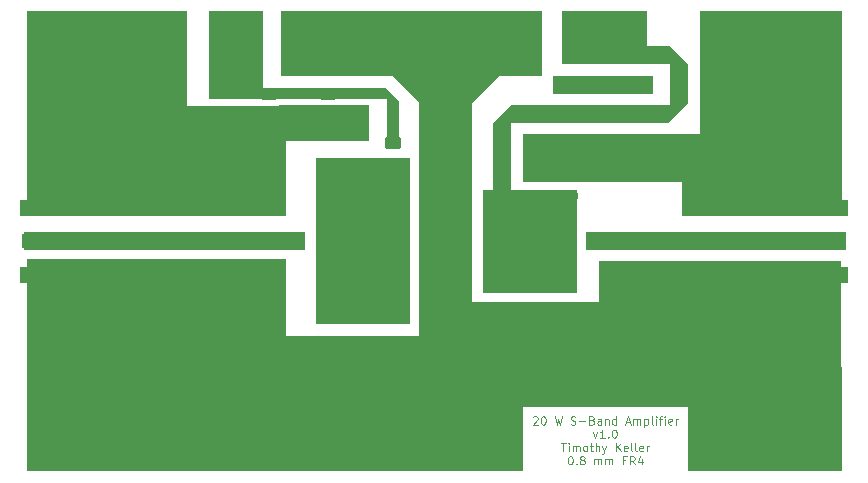
<source format=gbr>
%TF.GenerationSoftware,KiCad,Pcbnew,8.0.1*%
%TF.CreationDate,2024-04-27T21:04:21-04:00*%
%TF.ProjectId,S-Band Amplifier,532d4261-6e64-4204-916d-706c69666965,v1.0*%
%TF.SameCoordinates,Original*%
%TF.FileFunction,Copper,L1,Top*%
%TF.FilePolarity,Positive*%
%FSLAX46Y46*%
G04 Gerber Fmt 4.6, Leading zero omitted, Abs format (unit mm)*
G04 Created by KiCad (PCBNEW 8.0.1) date 2024-04-27 21:04:21*
%MOMM*%
%LPD*%
G01*
G04 APERTURE LIST*
G04 Aperture macros list*
%AMRoundRect*
0 Rectangle with rounded corners*
0 $1 Rounding radius*
0 $2 $3 $4 $5 $6 $7 $8 $9 X,Y pos of 4 corners*
0 Add a 4 corners polygon primitive as box body*
4,1,4,$2,$3,$4,$5,$6,$7,$8,$9,$2,$3,0*
0 Add four circle primitives for the rounded corners*
1,1,$1+$1,$2,$3*
1,1,$1+$1,$4,$5*
1,1,$1+$1,$6,$7*
1,1,$1+$1,$8,$9*
0 Add four rect primitives between the rounded corners*
20,1,$1+$1,$2,$3,$4,$5,0*
20,1,$1+$1,$4,$5,$6,$7,0*
20,1,$1+$1,$6,$7,$8,$9,0*
20,1,$1+$1,$8,$9,$2,$3,0*%
G04 Aperture macros list end*
%TA.AperFunction,Conductor*%
%ADD10C,0.000000*%
%TD*%
%ADD11C,0.120000*%
%TA.AperFunction,NonConductor*%
%ADD12C,0.120000*%
%TD*%
%TA.AperFunction,SMDPad,CuDef*%
%ADD13RoundRect,0.250000X-0.250000X-0.475000X0.250000X-0.475000X0.250000X0.475000X-0.250000X0.475000X0*%
%TD*%
%TA.AperFunction,ComponentPad*%
%ADD14C,5.562600*%
%TD*%
%TA.AperFunction,SMDPad,CuDef*%
%ADD15RoundRect,0.250000X-0.475000X0.250000X-0.475000X-0.250000X0.475000X-0.250000X0.475000X0.250000X0*%
%TD*%
%TA.AperFunction,SMDPad,CuDef*%
%ADD16R,3.600000X1.270000*%
%TD*%
%TA.AperFunction,SMDPad,CuDef*%
%ADD17R,4.200000X1.350000*%
%TD*%
%TA.AperFunction,SMDPad,CuDef*%
%ADD18RoundRect,0.250000X0.475000X-0.250000X0.475000X0.250000X-0.475000X0.250000X-0.475000X-0.250000X0*%
%TD*%
%TA.AperFunction,SMDPad,CuDef*%
%ADD19RoundRect,0.250000X0.325000X1.100000X-0.325000X1.100000X-0.325000X-1.100000X0.325000X-1.100000X0*%
%TD*%
%TA.AperFunction,SMDPad,CuDef*%
%ADD20RoundRect,0.250000X-0.450000X0.262500X-0.450000X-0.262500X0.450000X-0.262500X0.450000X0.262500X0*%
%TD*%
%TA.AperFunction,SMDPad,CuDef*%
%ADD21RoundRect,0.250000X1.100000X-0.325000X1.100000X0.325000X-1.100000X0.325000X-1.100000X-0.325000X0*%
%TD*%
%TA.AperFunction,ViaPad*%
%ADD22C,0.600000*%
%TD*%
G04 APERTURE END LIST*
D10*
%TA.AperFunction,Conductor*%
%TO.N,GND*%
G36*
X58065000Y-70525000D02*
G01*
X58065000Y-78525000D01*
X73465000Y-78500000D01*
X73465000Y-81500000D01*
X66465000Y-81500000D01*
X66465000Y-87850000D01*
X44465000Y-87850000D01*
X44465000Y-70500000D01*
X58065000Y-70525000D01*
G37*
%TD.AperFunction*%
%TA.AperFunction,Conductor*%
%TO.N,Net-(J1-In)*%
G36*
X91815000Y-89250000D02*
G01*
X113815000Y-89250000D01*
X113815000Y-90750000D01*
X91815000Y-90750000D01*
X91815000Y-89250000D01*
G37*
%TD.AperFunction*%
%TA.AperFunction,Conductor*%
%TO.N,GND*%
G36*
X78465000Y-79000000D02*
G01*
X75465000Y-76000000D01*
X65965000Y-76000000D01*
X65965000Y-70500000D01*
X78500000Y-70500000D01*
X78465000Y-79000000D01*
G37*
%TD.AperFunction*%
%TA.AperFunction,Conductor*%
G36*
X113465000Y-87900000D02*
G01*
X99965000Y-87900000D01*
X99965000Y-85000000D01*
X86465000Y-85000000D01*
X86465000Y-80900000D01*
X101465000Y-80900000D01*
X101465000Y-70500000D01*
X113465000Y-70500000D01*
X113465000Y-87900000D01*
G37*
%TD.AperFunction*%
%TA.AperFunction,Conductor*%
G36*
X89000000Y-76000000D02*
G01*
X97500000Y-76000000D01*
X97500000Y-77500000D01*
X89000000Y-77500000D01*
X89000000Y-76000000D01*
G37*
%TD.AperFunction*%
%TA.AperFunction,Conductor*%
G36*
X88100000Y-76000000D02*
G01*
X84500000Y-76000000D01*
X81500000Y-79000000D01*
X81465000Y-70500000D01*
X88100000Y-70500000D01*
X88100000Y-76000000D01*
G37*
%TD.AperFunction*%
%TA.AperFunction,Conductor*%
%TO.N,Vd*%
G36*
X83065000Y-85645000D02*
G01*
X91065000Y-85645000D01*
X91065000Y-94355000D01*
X83065000Y-94355000D01*
X83065000Y-85645000D01*
G37*
%TD.AperFunction*%
%TA.AperFunction,Conductor*%
%TO.N,GND*%
G36*
X66465000Y-98000000D02*
G01*
X77965000Y-98000000D01*
X77965000Y-95175000D01*
X92965000Y-95175000D01*
X92915000Y-91650000D01*
X113415000Y-91650000D01*
X113465000Y-109500000D01*
X100500000Y-109500000D01*
X100465000Y-104000000D01*
X86500000Y-104000000D01*
X86500000Y-109500000D01*
X44465000Y-109500000D01*
X44465000Y-91500000D01*
X66465000Y-91500000D01*
X66465000Y-98000000D01*
G37*
%TD.AperFunction*%
%TA.AperFunction,Conductor*%
%TO.N,Net-(Q1-G)*%
G36*
X68965000Y-83000000D02*
G01*
X76965000Y-83000000D01*
X76965000Y-97000000D01*
X68965000Y-97000000D01*
X68965000Y-83000000D01*
G37*
%TD.AperFunction*%
%TA.AperFunction,Conductor*%
%TO.N,Vg*%
G36*
X64465000Y-77000000D02*
G01*
X74900000Y-77000000D01*
X75965000Y-78100000D01*
X75965000Y-82000000D01*
X74965000Y-82000000D01*
X74965000Y-78000000D01*
X59865000Y-78000000D01*
X59865000Y-70500000D01*
X64465000Y-70500000D01*
X64465000Y-77000000D01*
G37*
%TD.AperFunction*%
%TA.AperFunction,Conductor*%
%TO.N,Vd*%
G36*
X96965000Y-73500000D02*
G01*
X98900000Y-73500000D01*
X100465000Y-75100000D01*
X100465000Y-78300000D01*
X98800000Y-80000000D01*
X85465000Y-80000000D01*
X85465000Y-86000000D01*
X83965000Y-86000000D01*
X83965000Y-80000000D01*
X85465000Y-78500000D01*
X98965000Y-78500000D01*
X98965000Y-75000000D01*
X89765000Y-75000000D01*
X89765000Y-70500000D01*
X96965000Y-70500000D01*
X96965000Y-73500000D01*
G37*
%TD.AperFunction*%
%TA.AperFunction,Conductor*%
%TO.N,GND*%
G36*
X77715000Y-70500000D02*
G01*
X82215000Y-70500000D01*
X82215000Y-98500000D01*
X77715000Y-98500000D01*
X77715000Y-70500000D01*
G37*
%TD.AperFunction*%
%TA.AperFunction,Conductor*%
%TO.N,Net-(J2-In)*%
G36*
X44215000Y-89250000D02*
G01*
X68065000Y-89250000D01*
X68065000Y-90750000D01*
X44215000Y-90750000D01*
X44215000Y-89250000D01*
G37*
%TD.AperFunction*%
D11*
D12*
X87333334Y-104893877D02*
X87366667Y-104860543D01*
X87366667Y-104860543D02*
X87433334Y-104827210D01*
X87433334Y-104827210D02*
X87600001Y-104827210D01*
X87600001Y-104827210D02*
X87666667Y-104860543D01*
X87666667Y-104860543D02*
X87700001Y-104893877D01*
X87700001Y-104893877D02*
X87733334Y-104960543D01*
X87733334Y-104960543D02*
X87733334Y-105027210D01*
X87733334Y-105027210D02*
X87700001Y-105127210D01*
X87700001Y-105127210D02*
X87300001Y-105527210D01*
X87300001Y-105527210D02*
X87733334Y-105527210D01*
X88166668Y-104827210D02*
X88233334Y-104827210D01*
X88233334Y-104827210D02*
X88300001Y-104860543D01*
X88300001Y-104860543D02*
X88333334Y-104893877D01*
X88333334Y-104893877D02*
X88366668Y-104960543D01*
X88366668Y-104960543D02*
X88400001Y-105093877D01*
X88400001Y-105093877D02*
X88400001Y-105260543D01*
X88400001Y-105260543D02*
X88366668Y-105393877D01*
X88366668Y-105393877D02*
X88333334Y-105460543D01*
X88333334Y-105460543D02*
X88300001Y-105493877D01*
X88300001Y-105493877D02*
X88233334Y-105527210D01*
X88233334Y-105527210D02*
X88166668Y-105527210D01*
X88166668Y-105527210D02*
X88100001Y-105493877D01*
X88100001Y-105493877D02*
X88066668Y-105460543D01*
X88066668Y-105460543D02*
X88033334Y-105393877D01*
X88033334Y-105393877D02*
X88000001Y-105260543D01*
X88000001Y-105260543D02*
X88000001Y-105093877D01*
X88000001Y-105093877D02*
X88033334Y-104960543D01*
X88033334Y-104960543D02*
X88066668Y-104893877D01*
X88066668Y-104893877D02*
X88100001Y-104860543D01*
X88100001Y-104860543D02*
X88166668Y-104827210D01*
X89166668Y-104827210D02*
X89333334Y-105527210D01*
X89333334Y-105527210D02*
X89466668Y-105027210D01*
X89466668Y-105027210D02*
X89600001Y-105527210D01*
X89600001Y-105527210D02*
X89766668Y-104827210D01*
X90533334Y-105493877D02*
X90633334Y-105527210D01*
X90633334Y-105527210D02*
X90800001Y-105527210D01*
X90800001Y-105527210D02*
X90866667Y-105493877D01*
X90866667Y-105493877D02*
X90900001Y-105460543D01*
X90900001Y-105460543D02*
X90933334Y-105393877D01*
X90933334Y-105393877D02*
X90933334Y-105327210D01*
X90933334Y-105327210D02*
X90900001Y-105260543D01*
X90900001Y-105260543D02*
X90866667Y-105227210D01*
X90866667Y-105227210D02*
X90800001Y-105193877D01*
X90800001Y-105193877D02*
X90666667Y-105160543D01*
X90666667Y-105160543D02*
X90600001Y-105127210D01*
X90600001Y-105127210D02*
X90566667Y-105093877D01*
X90566667Y-105093877D02*
X90533334Y-105027210D01*
X90533334Y-105027210D02*
X90533334Y-104960543D01*
X90533334Y-104960543D02*
X90566667Y-104893877D01*
X90566667Y-104893877D02*
X90600001Y-104860543D01*
X90600001Y-104860543D02*
X90666667Y-104827210D01*
X90666667Y-104827210D02*
X90833334Y-104827210D01*
X90833334Y-104827210D02*
X90933334Y-104860543D01*
X91233334Y-105260543D02*
X91766668Y-105260543D01*
X92333335Y-105160543D02*
X92433335Y-105193877D01*
X92433335Y-105193877D02*
X92466668Y-105227210D01*
X92466668Y-105227210D02*
X92500001Y-105293877D01*
X92500001Y-105293877D02*
X92500001Y-105393877D01*
X92500001Y-105393877D02*
X92466668Y-105460543D01*
X92466668Y-105460543D02*
X92433335Y-105493877D01*
X92433335Y-105493877D02*
X92366668Y-105527210D01*
X92366668Y-105527210D02*
X92100001Y-105527210D01*
X92100001Y-105527210D02*
X92100001Y-104827210D01*
X92100001Y-104827210D02*
X92333335Y-104827210D01*
X92333335Y-104827210D02*
X92400001Y-104860543D01*
X92400001Y-104860543D02*
X92433335Y-104893877D01*
X92433335Y-104893877D02*
X92466668Y-104960543D01*
X92466668Y-104960543D02*
X92466668Y-105027210D01*
X92466668Y-105027210D02*
X92433335Y-105093877D01*
X92433335Y-105093877D02*
X92400001Y-105127210D01*
X92400001Y-105127210D02*
X92333335Y-105160543D01*
X92333335Y-105160543D02*
X92100001Y-105160543D01*
X93100001Y-105527210D02*
X93100001Y-105160543D01*
X93100001Y-105160543D02*
X93066668Y-105093877D01*
X93066668Y-105093877D02*
X93000001Y-105060543D01*
X93000001Y-105060543D02*
X92866668Y-105060543D01*
X92866668Y-105060543D02*
X92800001Y-105093877D01*
X93100001Y-105493877D02*
X93033335Y-105527210D01*
X93033335Y-105527210D02*
X92866668Y-105527210D01*
X92866668Y-105527210D02*
X92800001Y-105493877D01*
X92800001Y-105493877D02*
X92766668Y-105427210D01*
X92766668Y-105427210D02*
X92766668Y-105360543D01*
X92766668Y-105360543D02*
X92800001Y-105293877D01*
X92800001Y-105293877D02*
X92866668Y-105260543D01*
X92866668Y-105260543D02*
X93033335Y-105260543D01*
X93033335Y-105260543D02*
X93100001Y-105227210D01*
X93433334Y-105060543D02*
X93433334Y-105527210D01*
X93433334Y-105127210D02*
X93466668Y-105093877D01*
X93466668Y-105093877D02*
X93533334Y-105060543D01*
X93533334Y-105060543D02*
X93633334Y-105060543D01*
X93633334Y-105060543D02*
X93700001Y-105093877D01*
X93700001Y-105093877D02*
X93733334Y-105160543D01*
X93733334Y-105160543D02*
X93733334Y-105527210D01*
X94366667Y-105527210D02*
X94366667Y-104827210D01*
X94366667Y-105493877D02*
X94300001Y-105527210D01*
X94300001Y-105527210D02*
X94166667Y-105527210D01*
X94166667Y-105527210D02*
X94100001Y-105493877D01*
X94100001Y-105493877D02*
X94066667Y-105460543D01*
X94066667Y-105460543D02*
X94033334Y-105393877D01*
X94033334Y-105393877D02*
X94033334Y-105193877D01*
X94033334Y-105193877D02*
X94066667Y-105127210D01*
X94066667Y-105127210D02*
X94100001Y-105093877D01*
X94100001Y-105093877D02*
X94166667Y-105060543D01*
X94166667Y-105060543D02*
X94300001Y-105060543D01*
X94300001Y-105060543D02*
X94366667Y-105093877D01*
X95200000Y-105327210D02*
X95533333Y-105327210D01*
X95133333Y-105527210D02*
X95366667Y-104827210D01*
X95366667Y-104827210D02*
X95600000Y-105527210D01*
X95833333Y-105527210D02*
X95833333Y-105060543D01*
X95833333Y-105127210D02*
X95866667Y-105093877D01*
X95866667Y-105093877D02*
X95933333Y-105060543D01*
X95933333Y-105060543D02*
X96033333Y-105060543D01*
X96033333Y-105060543D02*
X96100000Y-105093877D01*
X96100000Y-105093877D02*
X96133333Y-105160543D01*
X96133333Y-105160543D02*
X96133333Y-105527210D01*
X96133333Y-105160543D02*
X96166667Y-105093877D01*
X96166667Y-105093877D02*
X96233333Y-105060543D01*
X96233333Y-105060543D02*
X96333333Y-105060543D01*
X96333333Y-105060543D02*
X96400000Y-105093877D01*
X96400000Y-105093877D02*
X96433333Y-105160543D01*
X96433333Y-105160543D02*
X96433333Y-105527210D01*
X96766666Y-105060543D02*
X96766666Y-105760543D01*
X96766666Y-105093877D02*
X96833333Y-105060543D01*
X96833333Y-105060543D02*
X96966666Y-105060543D01*
X96966666Y-105060543D02*
X97033333Y-105093877D01*
X97033333Y-105093877D02*
X97066666Y-105127210D01*
X97066666Y-105127210D02*
X97100000Y-105193877D01*
X97100000Y-105193877D02*
X97100000Y-105393877D01*
X97100000Y-105393877D02*
X97066666Y-105460543D01*
X97066666Y-105460543D02*
X97033333Y-105493877D01*
X97033333Y-105493877D02*
X96966666Y-105527210D01*
X96966666Y-105527210D02*
X96833333Y-105527210D01*
X96833333Y-105527210D02*
X96766666Y-105493877D01*
X97499999Y-105527210D02*
X97433333Y-105493877D01*
X97433333Y-105493877D02*
X97399999Y-105427210D01*
X97399999Y-105427210D02*
X97399999Y-104827210D01*
X97766666Y-105527210D02*
X97766666Y-105060543D01*
X97766666Y-104827210D02*
X97733333Y-104860543D01*
X97733333Y-104860543D02*
X97766666Y-104893877D01*
X97766666Y-104893877D02*
X97800000Y-104860543D01*
X97800000Y-104860543D02*
X97766666Y-104827210D01*
X97766666Y-104827210D02*
X97766666Y-104893877D01*
X97999999Y-105060543D02*
X98266666Y-105060543D01*
X98099999Y-105527210D02*
X98099999Y-104927210D01*
X98099999Y-104927210D02*
X98133333Y-104860543D01*
X98133333Y-104860543D02*
X98199999Y-104827210D01*
X98199999Y-104827210D02*
X98266666Y-104827210D01*
X98499999Y-105527210D02*
X98499999Y-105060543D01*
X98499999Y-104827210D02*
X98466666Y-104860543D01*
X98466666Y-104860543D02*
X98499999Y-104893877D01*
X98499999Y-104893877D02*
X98533333Y-104860543D01*
X98533333Y-104860543D02*
X98499999Y-104827210D01*
X98499999Y-104827210D02*
X98499999Y-104893877D01*
X99099999Y-105493877D02*
X99033332Y-105527210D01*
X99033332Y-105527210D02*
X98899999Y-105527210D01*
X98899999Y-105527210D02*
X98833332Y-105493877D01*
X98833332Y-105493877D02*
X98799999Y-105427210D01*
X98799999Y-105427210D02*
X98799999Y-105160543D01*
X98799999Y-105160543D02*
X98833332Y-105093877D01*
X98833332Y-105093877D02*
X98899999Y-105060543D01*
X98899999Y-105060543D02*
X99033332Y-105060543D01*
X99033332Y-105060543D02*
X99099999Y-105093877D01*
X99099999Y-105093877D02*
X99133332Y-105160543D01*
X99133332Y-105160543D02*
X99133332Y-105227210D01*
X99133332Y-105227210D02*
X98799999Y-105293877D01*
X99433332Y-105527210D02*
X99433332Y-105060543D01*
X99433332Y-105193877D02*
X99466666Y-105127210D01*
X99466666Y-105127210D02*
X99499999Y-105093877D01*
X99499999Y-105093877D02*
X99566666Y-105060543D01*
X99566666Y-105060543D02*
X99633332Y-105060543D01*
X92450000Y-106187504D02*
X92616666Y-106654171D01*
X92616666Y-106654171D02*
X92783333Y-106187504D01*
X93416666Y-106654171D02*
X93016666Y-106654171D01*
X93216666Y-106654171D02*
X93216666Y-105954171D01*
X93216666Y-105954171D02*
X93149999Y-106054171D01*
X93149999Y-106054171D02*
X93083333Y-106120838D01*
X93083333Y-106120838D02*
X93016666Y-106154171D01*
X93716666Y-106587504D02*
X93750000Y-106620838D01*
X93750000Y-106620838D02*
X93716666Y-106654171D01*
X93716666Y-106654171D02*
X93683333Y-106620838D01*
X93683333Y-106620838D02*
X93716666Y-106587504D01*
X93716666Y-106587504D02*
X93716666Y-106654171D01*
X94183333Y-105954171D02*
X94249999Y-105954171D01*
X94249999Y-105954171D02*
X94316666Y-105987504D01*
X94316666Y-105987504D02*
X94349999Y-106020838D01*
X94349999Y-106020838D02*
X94383333Y-106087504D01*
X94383333Y-106087504D02*
X94416666Y-106220838D01*
X94416666Y-106220838D02*
X94416666Y-106387504D01*
X94416666Y-106387504D02*
X94383333Y-106520838D01*
X94383333Y-106520838D02*
X94349999Y-106587504D01*
X94349999Y-106587504D02*
X94316666Y-106620838D01*
X94316666Y-106620838D02*
X94249999Y-106654171D01*
X94249999Y-106654171D02*
X94183333Y-106654171D01*
X94183333Y-106654171D02*
X94116666Y-106620838D01*
X94116666Y-106620838D02*
X94083333Y-106587504D01*
X94083333Y-106587504D02*
X94049999Y-106520838D01*
X94049999Y-106520838D02*
X94016666Y-106387504D01*
X94016666Y-106387504D02*
X94016666Y-106220838D01*
X94016666Y-106220838D02*
X94049999Y-106087504D01*
X94049999Y-106087504D02*
X94083333Y-106020838D01*
X94083333Y-106020838D02*
X94116666Y-105987504D01*
X94116666Y-105987504D02*
X94183333Y-105954171D01*
X89716667Y-107081132D02*
X90116667Y-107081132D01*
X89916667Y-107781132D02*
X89916667Y-107081132D01*
X90350000Y-107781132D02*
X90350000Y-107314465D01*
X90350000Y-107081132D02*
X90316667Y-107114465D01*
X90316667Y-107114465D02*
X90350000Y-107147799D01*
X90350000Y-107147799D02*
X90383334Y-107114465D01*
X90383334Y-107114465D02*
X90350000Y-107081132D01*
X90350000Y-107081132D02*
X90350000Y-107147799D01*
X90683333Y-107781132D02*
X90683333Y-107314465D01*
X90683333Y-107381132D02*
X90716667Y-107347799D01*
X90716667Y-107347799D02*
X90783333Y-107314465D01*
X90783333Y-107314465D02*
X90883333Y-107314465D01*
X90883333Y-107314465D02*
X90950000Y-107347799D01*
X90950000Y-107347799D02*
X90983333Y-107414465D01*
X90983333Y-107414465D02*
X90983333Y-107781132D01*
X90983333Y-107414465D02*
X91016667Y-107347799D01*
X91016667Y-107347799D02*
X91083333Y-107314465D01*
X91083333Y-107314465D02*
X91183333Y-107314465D01*
X91183333Y-107314465D02*
X91250000Y-107347799D01*
X91250000Y-107347799D02*
X91283333Y-107414465D01*
X91283333Y-107414465D02*
X91283333Y-107781132D01*
X91716666Y-107781132D02*
X91650000Y-107747799D01*
X91650000Y-107747799D02*
X91616666Y-107714465D01*
X91616666Y-107714465D02*
X91583333Y-107647799D01*
X91583333Y-107647799D02*
X91583333Y-107447799D01*
X91583333Y-107447799D02*
X91616666Y-107381132D01*
X91616666Y-107381132D02*
X91650000Y-107347799D01*
X91650000Y-107347799D02*
X91716666Y-107314465D01*
X91716666Y-107314465D02*
X91816666Y-107314465D01*
X91816666Y-107314465D02*
X91883333Y-107347799D01*
X91883333Y-107347799D02*
X91916666Y-107381132D01*
X91916666Y-107381132D02*
X91950000Y-107447799D01*
X91950000Y-107447799D02*
X91950000Y-107647799D01*
X91950000Y-107647799D02*
X91916666Y-107714465D01*
X91916666Y-107714465D02*
X91883333Y-107747799D01*
X91883333Y-107747799D02*
X91816666Y-107781132D01*
X91816666Y-107781132D02*
X91716666Y-107781132D01*
X92149999Y-107314465D02*
X92416666Y-107314465D01*
X92249999Y-107081132D02*
X92249999Y-107681132D01*
X92249999Y-107681132D02*
X92283333Y-107747799D01*
X92283333Y-107747799D02*
X92349999Y-107781132D01*
X92349999Y-107781132D02*
X92416666Y-107781132D01*
X92649999Y-107781132D02*
X92649999Y-107081132D01*
X92949999Y-107781132D02*
X92949999Y-107414465D01*
X92949999Y-107414465D02*
X92916666Y-107347799D01*
X92916666Y-107347799D02*
X92849999Y-107314465D01*
X92849999Y-107314465D02*
X92749999Y-107314465D01*
X92749999Y-107314465D02*
X92683333Y-107347799D01*
X92683333Y-107347799D02*
X92649999Y-107381132D01*
X93216666Y-107314465D02*
X93383332Y-107781132D01*
X93549999Y-107314465D02*
X93383332Y-107781132D01*
X93383332Y-107781132D02*
X93316666Y-107947799D01*
X93316666Y-107947799D02*
X93283332Y-107981132D01*
X93283332Y-107981132D02*
X93216666Y-108014465D01*
X94349998Y-107781132D02*
X94349998Y-107081132D01*
X94749998Y-107781132D02*
X94449998Y-107381132D01*
X94749998Y-107081132D02*
X94349998Y-107481132D01*
X95316665Y-107747799D02*
X95249998Y-107781132D01*
X95249998Y-107781132D02*
X95116665Y-107781132D01*
X95116665Y-107781132D02*
X95049998Y-107747799D01*
X95049998Y-107747799D02*
X95016665Y-107681132D01*
X95016665Y-107681132D02*
X95016665Y-107414465D01*
X95016665Y-107414465D02*
X95049998Y-107347799D01*
X95049998Y-107347799D02*
X95116665Y-107314465D01*
X95116665Y-107314465D02*
X95249998Y-107314465D01*
X95249998Y-107314465D02*
X95316665Y-107347799D01*
X95316665Y-107347799D02*
X95349998Y-107414465D01*
X95349998Y-107414465D02*
X95349998Y-107481132D01*
X95349998Y-107481132D02*
X95016665Y-107547799D01*
X95749998Y-107781132D02*
X95683332Y-107747799D01*
X95683332Y-107747799D02*
X95649998Y-107681132D01*
X95649998Y-107681132D02*
X95649998Y-107081132D01*
X96116665Y-107781132D02*
X96049999Y-107747799D01*
X96049999Y-107747799D02*
X96016665Y-107681132D01*
X96016665Y-107681132D02*
X96016665Y-107081132D01*
X96649999Y-107747799D02*
X96583332Y-107781132D01*
X96583332Y-107781132D02*
X96449999Y-107781132D01*
X96449999Y-107781132D02*
X96383332Y-107747799D01*
X96383332Y-107747799D02*
X96349999Y-107681132D01*
X96349999Y-107681132D02*
X96349999Y-107414465D01*
X96349999Y-107414465D02*
X96383332Y-107347799D01*
X96383332Y-107347799D02*
X96449999Y-107314465D01*
X96449999Y-107314465D02*
X96583332Y-107314465D01*
X96583332Y-107314465D02*
X96649999Y-107347799D01*
X96649999Y-107347799D02*
X96683332Y-107414465D01*
X96683332Y-107414465D02*
X96683332Y-107481132D01*
X96683332Y-107481132D02*
X96349999Y-107547799D01*
X96983332Y-107781132D02*
X96983332Y-107314465D01*
X96983332Y-107447799D02*
X97016666Y-107381132D01*
X97016666Y-107381132D02*
X97049999Y-107347799D01*
X97049999Y-107347799D02*
X97116666Y-107314465D01*
X97116666Y-107314465D02*
X97183332Y-107314465D01*
X90466667Y-108208093D02*
X90533333Y-108208093D01*
X90533333Y-108208093D02*
X90600000Y-108241426D01*
X90600000Y-108241426D02*
X90633333Y-108274760D01*
X90633333Y-108274760D02*
X90666667Y-108341426D01*
X90666667Y-108341426D02*
X90700000Y-108474760D01*
X90700000Y-108474760D02*
X90700000Y-108641426D01*
X90700000Y-108641426D02*
X90666667Y-108774760D01*
X90666667Y-108774760D02*
X90633333Y-108841426D01*
X90633333Y-108841426D02*
X90600000Y-108874760D01*
X90600000Y-108874760D02*
X90533333Y-108908093D01*
X90533333Y-108908093D02*
X90466667Y-108908093D01*
X90466667Y-108908093D02*
X90400000Y-108874760D01*
X90400000Y-108874760D02*
X90366667Y-108841426D01*
X90366667Y-108841426D02*
X90333333Y-108774760D01*
X90333333Y-108774760D02*
X90300000Y-108641426D01*
X90300000Y-108641426D02*
X90300000Y-108474760D01*
X90300000Y-108474760D02*
X90333333Y-108341426D01*
X90333333Y-108341426D02*
X90366667Y-108274760D01*
X90366667Y-108274760D02*
X90400000Y-108241426D01*
X90400000Y-108241426D02*
X90466667Y-108208093D01*
X91000000Y-108841426D02*
X91033334Y-108874760D01*
X91033334Y-108874760D02*
X91000000Y-108908093D01*
X91000000Y-108908093D02*
X90966667Y-108874760D01*
X90966667Y-108874760D02*
X91000000Y-108841426D01*
X91000000Y-108841426D02*
X91000000Y-108908093D01*
X91433333Y-108508093D02*
X91366667Y-108474760D01*
X91366667Y-108474760D02*
X91333333Y-108441426D01*
X91333333Y-108441426D02*
X91300000Y-108374760D01*
X91300000Y-108374760D02*
X91300000Y-108341426D01*
X91300000Y-108341426D02*
X91333333Y-108274760D01*
X91333333Y-108274760D02*
X91366667Y-108241426D01*
X91366667Y-108241426D02*
X91433333Y-108208093D01*
X91433333Y-108208093D02*
X91566667Y-108208093D01*
X91566667Y-108208093D02*
X91633333Y-108241426D01*
X91633333Y-108241426D02*
X91666667Y-108274760D01*
X91666667Y-108274760D02*
X91700000Y-108341426D01*
X91700000Y-108341426D02*
X91700000Y-108374760D01*
X91700000Y-108374760D02*
X91666667Y-108441426D01*
X91666667Y-108441426D02*
X91633333Y-108474760D01*
X91633333Y-108474760D02*
X91566667Y-108508093D01*
X91566667Y-108508093D02*
X91433333Y-108508093D01*
X91433333Y-108508093D02*
X91366667Y-108541426D01*
X91366667Y-108541426D02*
X91333333Y-108574760D01*
X91333333Y-108574760D02*
X91300000Y-108641426D01*
X91300000Y-108641426D02*
X91300000Y-108774760D01*
X91300000Y-108774760D02*
X91333333Y-108841426D01*
X91333333Y-108841426D02*
X91366667Y-108874760D01*
X91366667Y-108874760D02*
X91433333Y-108908093D01*
X91433333Y-108908093D02*
X91566667Y-108908093D01*
X91566667Y-108908093D02*
X91633333Y-108874760D01*
X91633333Y-108874760D02*
X91666667Y-108841426D01*
X91666667Y-108841426D02*
X91700000Y-108774760D01*
X91700000Y-108774760D02*
X91700000Y-108641426D01*
X91700000Y-108641426D02*
X91666667Y-108574760D01*
X91666667Y-108574760D02*
X91633333Y-108541426D01*
X91633333Y-108541426D02*
X91566667Y-108508093D01*
X92533333Y-108908093D02*
X92533333Y-108441426D01*
X92533333Y-108508093D02*
X92566667Y-108474760D01*
X92566667Y-108474760D02*
X92633333Y-108441426D01*
X92633333Y-108441426D02*
X92733333Y-108441426D01*
X92733333Y-108441426D02*
X92800000Y-108474760D01*
X92800000Y-108474760D02*
X92833333Y-108541426D01*
X92833333Y-108541426D02*
X92833333Y-108908093D01*
X92833333Y-108541426D02*
X92866667Y-108474760D01*
X92866667Y-108474760D02*
X92933333Y-108441426D01*
X92933333Y-108441426D02*
X93033333Y-108441426D01*
X93033333Y-108441426D02*
X93100000Y-108474760D01*
X93100000Y-108474760D02*
X93133333Y-108541426D01*
X93133333Y-108541426D02*
X93133333Y-108908093D01*
X93466666Y-108908093D02*
X93466666Y-108441426D01*
X93466666Y-108508093D02*
X93500000Y-108474760D01*
X93500000Y-108474760D02*
X93566666Y-108441426D01*
X93566666Y-108441426D02*
X93666666Y-108441426D01*
X93666666Y-108441426D02*
X93733333Y-108474760D01*
X93733333Y-108474760D02*
X93766666Y-108541426D01*
X93766666Y-108541426D02*
X93766666Y-108908093D01*
X93766666Y-108541426D02*
X93800000Y-108474760D01*
X93800000Y-108474760D02*
X93866666Y-108441426D01*
X93866666Y-108441426D02*
X93966666Y-108441426D01*
X93966666Y-108441426D02*
X94033333Y-108474760D01*
X94033333Y-108474760D02*
X94066666Y-108541426D01*
X94066666Y-108541426D02*
X94066666Y-108908093D01*
X95166666Y-108541426D02*
X94933332Y-108541426D01*
X94933332Y-108908093D02*
X94933332Y-108208093D01*
X94933332Y-108208093D02*
X95266666Y-108208093D01*
X95933332Y-108908093D02*
X95699999Y-108574760D01*
X95533332Y-108908093D02*
X95533332Y-108208093D01*
X95533332Y-108208093D02*
X95799999Y-108208093D01*
X95799999Y-108208093D02*
X95866666Y-108241426D01*
X95866666Y-108241426D02*
X95899999Y-108274760D01*
X95899999Y-108274760D02*
X95933332Y-108341426D01*
X95933332Y-108341426D02*
X95933332Y-108441426D01*
X95933332Y-108441426D02*
X95899999Y-108508093D01*
X95899999Y-108508093D02*
X95866666Y-108541426D01*
X95866666Y-108541426D02*
X95799999Y-108574760D01*
X95799999Y-108574760D02*
X95533332Y-108574760D01*
X96533332Y-108441426D02*
X96533332Y-108908093D01*
X96366666Y-108174760D02*
X96199999Y-108674760D01*
X96199999Y-108674760D02*
X96633332Y-108674760D01*
%TD*%
D13*
%TO.P,C4,1*%
%TO.N,Vd*%
X90550000Y-90000000D03*
%TO.P,C4,2*%
%TO.N,Net-(J1-In)*%
X92450000Y-90000000D03*
%TD*%
D14*
%TO.P,H2,1,1*%
%TO.N,GND*%
X55000000Y-105000000D03*
%TD*%
%TO.P,H1,1,1*%
%TO.N,GND*%
X80000000Y-75000000D03*
%TD*%
D15*
%TO.P,C11,1*%
%TO.N,Vd*%
X98190000Y-79500000D03*
%TO.P,C11,2*%
%TO.N,GND*%
X98190000Y-81400000D03*
%TD*%
D14*
%TO.P,H4,1,1*%
%TO.N,GND*%
X105000000Y-105000000D03*
%TD*%
D16*
%TO.P,J2,1,In*%
%TO.N,Net-(J2-In)*%
X45862500Y-90000000D03*
D17*
%TO.P,J2,2,Ext*%
%TO.N,GND*%
X46062500Y-87175000D03*
X46062500Y-92825000D03*
%TD*%
D14*
%TO.P,H6,1,1*%
%TO.N,GND*%
X55000000Y-75000000D03*
%TD*%
D18*
%TO.P,C8,1*%
%TO.N,GND*%
X65000000Y-79400000D03*
%TO.P,C8,2*%
%TO.N,Vg*%
X65000000Y-77500000D03*
%TD*%
D15*
%TO.P,C6,1*%
%TO.N,Net-(J2-In)*%
X65700000Y-90125000D03*
%TO.P,C6,2*%
%TO.N,GND*%
X65700000Y-92025000D03*
%TD*%
D18*
%TO.P,C5,1*%
%TO.N,GND*%
X96000000Y-92150000D03*
%TO.P,C5,2*%
%TO.N,Net-(J1-In)*%
X96000000Y-90250000D03*
%TD*%
D19*
%TO.P,C10,1*%
%TO.N,Vd*%
X90350000Y-73630000D03*
%TO.P,C10,2*%
%TO.N,GND*%
X87400000Y-73630000D03*
%TD*%
D20*
%TO.P,R1,1*%
%TO.N,Vg*%
X75450000Y-81687500D03*
%TO.P,R1,2*%
%TO.N,Net-(Q1-G)*%
X75450000Y-83512500D03*
%TD*%
D14*
%TO.P,H3,1,1*%
%TO.N,GND*%
X105000000Y-75000000D03*
%TD*%
D18*
%TO.P,C7,1*%
%TO.N,GND*%
X70000000Y-79400000D03*
%TO.P,C7,2*%
%TO.N,Vg*%
X70000000Y-77500000D03*
%TD*%
D14*
%TO.P,H5,1,1*%
%TO.N,GND*%
X80000000Y-105000000D03*
%TD*%
D18*
%TO.P,C3,1*%
%TO.N,Vd*%
X90350000Y-86150000D03*
%TO.P,C3,2*%
%TO.N,GND*%
X90350000Y-84250000D03*
%TD*%
D15*
%TO.P,C2,1*%
%TO.N,Vd*%
X90325000Y-93850000D03*
%TO.P,C2,2*%
%TO.N,GND*%
X90325000Y-95750000D03*
%TD*%
D21*
%TO.P,C9,1*%
%TO.N,GND*%
X62000000Y-79775000D03*
%TO.P,C9,2*%
%TO.N,Vg*%
X62000000Y-76825000D03*
%TD*%
D16*
%TO.P,J1,1,In*%
%TO.N,Net-(J1-In)*%
X112087500Y-90000000D03*
D17*
%TO.P,J1,2,Ext*%
%TO.N,GND*%
X111887500Y-92825000D03*
X111887500Y-87175000D03*
%TD*%
D13*
%TO.P,C1,1*%
%TO.N,Net-(J2-In)*%
X67550000Y-90000000D03*
%TO.P,C1,2*%
%TO.N,Net-(Q1-G)*%
X69450000Y-90000000D03*
%TD*%
D22*
%TO.N,GND*%
X79100000Y-82450000D03*
X73000000Y-101000000D03*
X60700000Y-78850000D03*
X96100000Y-84500000D03*
X69000000Y-80000000D03*
X93450000Y-94750000D03*
X58000000Y-81000000D03*
X75000000Y-101000000D03*
X63000000Y-97000000D03*
X102550000Y-92150000D03*
X93450000Y-93450000D03*
X89600000Y-84500000D03*
X80150000Y-91150000D03*
X66000000Y-108000000D03*
X60000000Y-108000000D03*
X54600000Y-87450000D03*
X101000000Y-83000000D03*
X73250000Y-98350000D03*
X68000000Y-98350000D03*
X96000000Y-76500000D03*
X63300000Y-78850000D03*
X85000000Y-101000000D03*
X97500000Y-84500000D03*
X101000000Y-93000000D03*
X52000000Y-87450000D03*
X50050000Y-91950000D03*
X110200000Y-87400000D03*
X81550000Y-91150000D03*
X59000000Y-97000000D03*
X50000000Y-104000000D03*
X46000000Y-106000000D03*
X73900000Y-98350000D03*
X49000000Y-78000000D03*
X94000000Y-102000000D03*
X52000000Y-71000000D03*
X71000000Y-105000000D03*
X78050000Y-79150000D03*
X88300000Y-81500000D03*
X69750000Y-81100000D03*
X46000000Y-100000000D03*
X52650000Y-87450000D03*
X78050000Y-81900000D03*
X93000000Y-103000000D03*
X51350000Y-87450000D03*
X64000000Y-104000000D03*
X83300000Y-76750000D03*
X72000000Y-71000000D03*
X53000000Y-95000000D03*
X93500000Y-81500000D03*
X92200000Y-81500000D03*
X78400000Y-99275000D03*
X60000000Y-104000000D03*
X56550000Y-87450000D03*
X59400000Y-78850000D03*
X68000000Y-108000000D03*
X46000000Y-94000000D03*
X108000000Y-84000000D03*
X105000000Y-71000000D03*
X102000000Y-80350000D03*
X81900000Y-84850000D03*
X54000000Y-81000000D03*
X57700000Y-72250000D03*
X61000000Y-97000000D03*
X52000000Y-98000000D03*
X52000000Y-91950000D03*
X73000000Y-79800000D03*
X79450000Y-86750000D03*
X100000000Y-100000000D03*
X47000000Y-86000000D03*
X105000000Y-79000000D03*
X102000000Y-73450000D03*
X98150000Y-81500000D03*
X104000000Y-100000000D03*
X70000000Y-108000000D03*
X112300000Y-92150000D03*
X107000000Y-79000000D03*
X78050000Y-97625000D03*
X90250000Y-84500000D03*
X108000000Y-98000000D03*
X80150000Y-96525000D03*
X87775000Y-73175000D03*
X79800000Y-92800000D03*
X80150000Y-97625000D03*
X54600000Y-91950000D03*
X69000000Y-103000000D03*
X76000000Y-102000000D03*
X48000000Y-73000000D03*
X100400000Y-85400000D03*
X80850000Y-96525000D03*
X61000000Y-86000000D03*
X81900000Y-88400000D03*
X55000000Y-93000000D03*
X103000000Y-99000000D03*
X70400000Y-81100000D03*
X47000000Y-95000000D03*
X82000000Y-100000000D03*
X93450000Y-92800000D03*
X71000000Y-80000000D03*
X63000000Y-103000000D03*
X98800000Y-84500000D03*
X50700000Y-91950000D03*
X65000000Y-87450000D03*
X109050000Y-92150000D03*
X113000000Y-73000000D03*
X86000000Y-71000000D03*
X81875000Y-78850000D03*
X59000000Y-93000000D03*
X80500000Y-86150000D03*
X80500000Y-81350000D03*
X72400000Y-78850000D03*
X81200000Y-81350000D03*
X81900000Y-83550000D03*
X100000000Y-94000000D03*
X102000000Y-72150000D03*
X87450000Y-75675000D03*
X79100000Y-81350000D03*
X63000000Y-109000000D03*
X50000000Y-73000000D03*
X79800000Y-83550000D03*
X66100000Y-95700000D03*
X53300000Y-87450000D03*
X109000000Y-81000000D03*
X80500000Y-88400000D03*
X58500000Y-87450000D03*
X93000000Y-76500000D03*
X67000000Y-75600000D03*
X79800000Y-90600000D03*
X51000000Y-74000000D03*
X86000000Y-108000000D03*
X78400000Y-83550000D03*
X101050000Y-87400000D03*
X95000000Y-97000000D03*
X52000000Y-73000000D03*
X50000000Y-81000000D03*
X46000000Y-77000000D03*
X55000000Y-109000000D03*
X104950000Y-87400000D03*
X85750000Y-95650000D03*
X77250000Y-98350000D03*
X102000000Y-79050000D03*
X103000000Y-109000000D03*
X86400000Y-95650000D03*
X81850000Y-95250000D03*
X66050000Y-82900000D03*
X85500000Y-75675000D03*
X46000000Y-102000000D03*
X59000000Y-82000000D03*
X62000000Y-81000000D03*
X48000000Y-100000000D03*
X47000000Y-97000000D03*
X51000000Y-93000000D03*
X80850000Y-90050000D03*
X65000000Y-109000000D03*
X101000000Y-103000000D03*
X75250000Y-98350000D03*
X83000000Y-101000000D03*
X79100000Y-86150000D03*
X51000000Y-86000000D03*
X111000000Y-109000000D03*
X85000000Y-74000000D03*
X109000000Y-83000000D03*
X81550000Y-88950000D03*
X105800000Y-92150000D03*
X78400000Y-87300000D03*
X79100000Y-90600000D03*
X69000000Y-101000000D03*
X98000000Y-100000000D03*
X87775000Y-75125000D03*
X62650000Y-78850000D03*
X98650000Y-92150000D03*
X95000000Y-95000000D03*
X76000000Y-106000000D03*
X81550000Y-80800000D03*
X78050000Y-88950000D03*
X45000000Y-80000000D03*
X58000000Y-94000000D03*
X109000000Y-85000000D03*
X52000000Y-102000000D03*
X50000000Y-100000000D03*
X67000000Y-105000000D03*
X93000000Y-83000000D03*
X103000000Y-97000000D03*
X96500000Y-77000000D03*
X67000000Y-101000000D03*
X111000000Y-85000000D03*
X91000000Y-76500000D03*
X105000000Y-93000000D03*
X99000000Y-93000000D03*
X107000000Y-93000000D03*
X82000000Y-108000000D03*
X79100000Y-99275000D03*
X45000000Y-84000000D03*
X78000000Y-108000000D03*
X81875000Y-79500000D03*
X96750000Y-81500000D03*
X93000000Y-97000000D03*
X75950000Y-76000000D03*
X63000000Y-105000000D03*
X102000000Y-71500000D03*
X66050000Y-84250000D03*
X111000000Y-83000000D03*
X84000000Y-102000000D03*
X101000000Y-97000000D03*
X78050000Y-95875000D03*
X46000000Y-98000000D03*
X55000000Y-86000000D03*
X81900000Y-92800000D03*
X45000000Y-107000000D03*
X89000000Y-83000000D03*
X57700000Y-77000000D03*
X51000000Y-97000000D03*
X93000000Y-101000000D03*
X105000000Y-99000000D03*
X112000000Y-76000000D03*
X81550000Y-94450000D03*
X65000000Y-107000000D03*
X48000000Y-108000000D03*
X89000000Y-95650000D03*
X92200000Y-84500000D03*
X100400000Y-86050000D03*
X112000000Y-100000000D03*
X87000000Y-74000000D03*
X80850000Y-88950000D03*
X87700000Y-95650000D03*
X66100000Y-97000000D03*
X86000000Y-106000000D03*
X64000000Y-108000000D03*
X103000000Y-87400000D03*
X87000000Y-99000000D03*
X78750000Y-92250000D03*
X101700000Y-87400000D03*
X85000000Y-107000000D03*
X45000000Y-95000000D03*
X109000000Y-75000000D03*
X57000000Y-82000000D03*
X58000000Y-96000000D03*
X52000000Y-77000000D03*
X46000000Y-108000000D03*
X81550000Y-92250000D03*
X79100000Y-92800000D03*
X72000000Y-108000000D03*
X87000000Y-101000000D03*
X76000000Y-104000000D03*
X71550000Y-75600000D03*
X49400000Y-91950000D03*
X93450000Y-92150000D03*
X69000000Y-109000000D03*
X94000000Y-76500000D03*
X50050000Y-87450000D03*
X50000000Y-77000000D03*
X65000000Y-91950000D03*
X97000000Y-97000000D03*
X107000000Y-71000000D03*
X45000000Y-103000000D03*
X75450000Y-75600000D03*
X84000000Y-106000000D03*
X90950000Y-95650000D03*
X67000000Y-80000000D03*
X51000000Y-109000000D03*
X87775000Y-71875000D03*
X97000000Y-83000000D03*
X51000000Y-80000000D03*
X102000000Y-94000000D03*
X53000000Y-99000000D03*
X81900000Y-98175000D03*
X92850000Y-84500000D03*
X60000000Y-106000000D03*
X49000000Y-80000000D03*
X92900000Y-95750000D03*
X46800000Y-91950000D03*
X83750000Y-76300000D03*
X70450000Y-78850000D03*
X54000000Y-79000000D03*
X59150000Y-87450000D03*
X79800000Y-93900000D03*
X84000000Y-108000000D03*
X78750000Y-87850000D03*
X108000000Y-72000000D03*
X95000000Y-99000000D03*
X64000000Y-96000000D03*
X59000000Y-103000000D03*
X88000000Y-98000000D03*
X45000000Y-93000000D03*
X78050000Y-85600000D03*
X93000000Y-99000000D03*
X80850000Y-85600000D03*
X76850000Y-76900000D03*
X53000000Y-97000000D03*
X58000000Y-102000000D03*
X48100000Y-87450000D03*
X89000000Y-99000000D03*
X51000000Y-105000000D03*
X108000000Y-102000000D03*
X95450000Y-84500000D03*
X51000000Y-103000000D03*
X78400000Y-93900000D03*
X99450000Y-81500000D03*
X49000000Y-107000000D03*
X112000000Y-86000000D03*
X70000000Y-106000000D03*
X81900000Y-99275000D03*
X78050000Y-92250000D03*
X48000000Y-106000000D03*
X110000000Y-82000000D03*
X68000000Y-73000000D03*
X81200000Y-98175000D03*
X68000000Y-100000000D03*
X65000000Y-95000000D03*
X98150000Y-84500000D03*
X71750000Y-78850000D03*
X54000000Y-71000000D03*
X88000000Y-102000000D03*
X78750000Y-93350000D03*
X47000000Y-80000000D03*
X113000000Y-93000000D03*
X78400000Y-89500000D03*
X87000000Y-84500000D03*
X109000000Y-101000000D03*
X55000000Y-80000000D03*
X113000000Y-97000000D03*
X96050000Y-92150000D03*
X103000000Y-95000000D03*
X66100000Y-94400000D03*
X103000000Y-83000000D03*
X62000000Y-100000000D03*
X60050000Y-78850000D03*
X99950000Y-92150000D03*
X80150000Y-93350000D03*
X97500000Y-81500000D03*
X113000000Y-107000000D03*
X80500000Y-89500000D03*
X45000000Y-101000000D03*
X85000000Y-72000000D03*
X70250000Y-75600000D03*
X72000000Y-104000000D03*
X81200000Y-83550000D03*
X101000000Y-101000000D03*
X80500000Y-91700000D03*
X95000000Y-103000000D03*
X107000000Y-83000000D03*
X81900000Y-91700000D03*
X81200000Y-88400000D03*
X58100000Y-78850000D03*
X104000000Y-96000000D03*
X94800000Y-84500000D03*
X110000000Y-100000000D03*
X72350000Y-81100000D03*
X91000000Y-103000000D03*
X72200000Y-75600000D03*
X81000000Y-109000000D03*
X79000000Y-109000000D03*
X109000000Y-107000000D03*
X61750000Y-91950000D03*
X66000000Y-102000000D03*
X109000000Y-105000000D03*
X101400000Y-81500000D03*
X66050000Y-84900000D03*
X46000000Y-71000000D03*
X52000000Y-100000000D03*
X71000000Y-103000000D03*
X101000000Y-109000000D03*
X98000000Y-102000000D03*
X79800000Y-91700000D03*
X79450000Y-90050000D03*
X80850000Y-91150000D03*
X79450000Y-80800000D03*
X48000000Y-98000000D03*
X78750000Y-96525000D03*
X70000000Y-100000000D03*
X86150000Y-75675000D03*
X60000000Y-85000000D03*
X79450000Y-87850000D03*
X61000000Y-84000000D03*
X79800000Y-98175000D03*
X109000000Y-103000000D03*
X113000000Y-109000000D03*
X52000000Y-79000000D03*
X111650000Y-92150000D03*
X49000000Y-105000000D03*
X69800000Y-78850000D03*
X87050000Y-95650000D03*
X48000000Y-71000000D03*
X110000000Y-102000000D03*
X47000000Y-74000000D03*
X83000000Y-72000000D03*
X94750000Y-92150000D03*
X84850000Y-75675000D03*
X59150000Y-91950000D03*
X48000000Y-85000000D03*
X57000000Y-109000000D03*
X99300000Y-92150000D03*
X51000000Y-107000000D03*
X61350000Y-78850000D03*
X94000000Y-100000000D03*
X83150000Y-95650000D03*
X98000000Y-94000000D03*
X69000000Y-72000000D03*
X54000000Y-94000000D03*
X98000000Y-96000000D03*
X65000000Y-101000000D03*
X80500000Y-98175000D03*
X67800000Y-81100000D03*
X104000000Y-94000000D03*
X51000000Y-101000000D03*
X80850000Y-98725000D03*
X65000000Y-93000000D03*
X103000000Y-81000000D03*
X79000000Y-101000000D03*
X107000000Y-109000000D03*
X50000000Y-94000000D03*
X108000000Y-96000000D03*
X50000000Y-96000000D03*
X49000000Y-95000000D03*
X73000000Y-109000000D03*
X94800000Y-81500000D03*
X100100000Y-81500000D03*
X56000000Y-71000000D03*
X111000000Y-73000000D03*
X64000000Y-85000000D03*
X58000000Y-85000000D03*
X111000000Y-101000000D03*
X58000000Y-83000000D03*
X84000000Y-75000000D03*
X78750000Y-98725000D03*
X82825000Y-77225000D03*
X87650000Y-81500000D03*
X44850000Y-91950000D03*
X69000000Y-74000000D03*
X102000000Y-100000000D03*
X50700000Y-87450000D03*
X88350000Y-95650000D03*
X57000000Y-86000000D03*
X56000000Y-94000000D03*
X81550000Y-85600000D03*
X59800000Y-91950000D03*
X46000000Y-79000000D03*
X112000000Y-96000000D03*
X73000000Y-105000000D03*
X111000000Y-81000000D03*
X79450000Y-96525000D03*
X79000000Y-80000000D03*
X62400000Y-87450000D03*
X84000000Y-104000000D03*
X110000000Y-96000000D03*
X75000000Y-105000000D03*
X47000000Y-72000000D03*
X51000000Y-95000000D03*
X61000000Y-101000000D03*
X102000000Y-86000000D03*
X49000000Y-86000000D03*
X75000000Y-107000000D03*
X51000000Y-76000000D03*
X51000000Y-82000000D03*
X77000000Y-72000000D03*
X66000000Y-104000000D03*
X66700000Y-98350000D03*
X68450000Y-81100000D03*
X106000000Y-100000000D03*
X81900000Y-97075000D03*
X46000000Y-81000000D03*
X61000000Y-82000000D03*
X90500000Y-77000000D03*
X67350000Y-98350000D03*
X79800000Y-86150000D03*
X47000000Y-99000000D03*
X79800000Y-82450000D03*
X57000000Y-80000000D03*
X53950000Y-91950000D03*
X68300000Y-75600000D03*
X94000000Y-98000000D03*
X79100000Y-89500000D03*
X83000000Y-109000000D03*
X65000000Y-105000000D03*
X99000000Y-99000000D03*
X80850000Y-93350000D03*
X47000000Y-101000000D03*
X61000000Y-99000000D03*
X68950000Y-75600000D03*
X88300000Y-84500000D03*
X57000000Y-93000000D03*
X77000000Y-107000000D03*
X50000000Y-106000000D03*
X54000000Y-83000000D03*
X110000000Y-106000000D03*
X79000000Y-79000000D03*
X110000000Y-86000000D03*
X81550000Y-93350000D03*
X61000000Y-109000000D03*
X65000000Y-103000000D03*
X71900000Y-98350000D03*
X68650000Y-98350000D03*
X66100000Y-93100000D03*
X74000000Y-71000000D03*
X62000000Y-78850000D03*
X49000000Y-76000000D03*
X51350000Y-91950000D03*
X45000000Y-99000000D03*
X48000000Y-96000000D03*
X75000000Y-103000000D03*
X81200000Y-89500000D03*
X104000000Y-86000000D03*
X110000000Y-104000000D03*
X97350000Y-92150000D03*
X56000000Y-79000000D03*
X64350000Y-87450000D03*
X63000000Y-101000000D03*
X68000000Y-102000000D03*
X64000000Y-106000000D03*
X78400000Y-82450000D03*
X48100000Y-91950000D03*
X111000000Y-75000000D03*
X77000000Y-101000000D03*
X103650000Y-87400000D03*
X45500000Y-87450000D03*
X110000000Y-108000000D03*
X81550000Y-86750000D03*
X110000000Y-72000000D03*
X73000000Y-81100000D03*
X75000000Y-72000000D03*
X102000000Y-77100000D03*
X76000000Y-108000000D03*
X100750000Y-81500000D03*
X69100000Y-81100000D03*
X66050000Y-86850000D03*
X69950000Y-98350000D03*
X79450000Y-91150000D03*
X58000000Y-108000000D03*
X80500000Y-83550000D03*
X78000000Y-100000000D03*
X68000000Y-104000000D03*
X66350000Y-74950000D03*
X109000000Y-79000000D03*
X104000000Y-98000000D03*
X78050000Y-78500000D03*
X60000000Y-100000000D03*
X54000000Y-100000000D03*
X79800000Y-89500000D03*
X112000000Y-74000000D03*
X87000000Y-72000000D03*
X96000000Y-98000000D03*
X61000000Y-95000000D03*
X79800000Y-99275000D03*
X61000000Y-93000000D03*
X108000000Y-100000000D03*
X80500000Y-99275000D03*
X63700000Y-87450000D03*
X46000000Y-83000000D03*
X92250000Y-95650000D03*
X89650000Y-95650000D03*
X100000000Y-98000000D03*
X113000000Y-105000000D03*
X81900000Y-81350000D03*
X78050000Y-84925000D03*
X62000000Y-98000000D03*
X79450000Y-92250000D03*
X49000000Y-97000000D03*
X49000000Y-103000000D03*
X64000000Y-83000000D03*
X78050000Y-93350000D03*
X78750000Y-88950000D03*
X80150000Y-92250000D03*
X67650000Y-75600000D03*
X70600000Y-98350000D03*
X55000000Y-101000000D03*
X89000000Y-101000000D03*
X94100000Y-92150000D03*
X53000000Y-86000000D03*
X63000000Y-84000000D03*
X50000000Y-102000000D03*
X65000000Y-97000000D03*
X91000000Y-97000000D03*
X48000000Y-79000000D03*
X72000000Y-106000000D03*
X110000000Y-94000000D03*
X49000000Y-82000000D03*
X86000000Y-100000000D03*
X113000000Y-101000000D03*
X80150000Y-86750000D03*
X59000000Y-84000000D03*
X79450000Y-81900000D03*
X112000000Y-94000000D03*
X78000000Y-102000000D03*
X64000000Y-102000000D03*
X61000000Y-107000000D03*
X64000000Y-81000000D03*
X71000000Y-74000000D03*
X64000000Y-100000000D03*
X89000000Y-97000000D03*
X79450000Y-85600000D03*
X64600000Y-78850000D03*
X78050000Y-98725000D03*
X87775000Y-71225000D03*
X81900000Y-93900000D03*
X95000000Y-76500000D03*
X92000000Y-102000000D03*
X104000000Y-80000000D03*
X111000000Y-99000000D03*
X73000000Y-74000000D03*
X45000000Y-82000000D03*
X96750000Y-84500000D03*
X109700000Y-92150000D03*
X63950000Y-78850000D03*
X77300000Y-77350000D03*
X67000000Y-107000000D03*
X66100000Y-97650000D03*
X81200000Y-92800000D03*
X62000000Y-94000000D03*
X100600000Y-92150000D03*
X69000000Y-107000000D03*
X78050000Y-94450000D03*
X78050000Y-95200000D03*
X111000000Y-95000000D03*
X53000000Y-84000000D03*
X57850000Y-87450000D03*
X76000000Y-73000000D03*
X112000000Y-72000000D03*
X100100000Y-84500000D03*
X62000000Y-96000000D03*
X55000000Y-95000000D03*
X90300000Y-95650000D03*
X96000000Y-94000000D03*
X46800000Y-87450000D03*
X84450000Y-95650000D03*
X99000000Y-97000000D03*
X58000000Y-100000000D03*
X57000000Y-97000000D03*
X49000000Y-74000000D03*
X50000000Y-83000000D03*
X78750000Y-91150000D03*
X87775000Y-73825000D03*
X50000000Y-79000000D03*
X110000000Y-98000000D03*
X94150000Y-84500000D03*
X64350000Y-91950000D03*
X59000000Y-99000000D03*
X99000000Y-83000000D03*
X66100000Y-93750000D03*
X81550000Y-87850000D03*
X53300000Y-91950000D03*
X87775000Y-72525000D03*
X50000000Y-85000000D03*
X66000000Y-106000000D03*
X69600000Y-75600000D03*
X80000000Y-79000000D03*
X57000000Y-84000000D03*
X66050000Y-86200000D03*
X79100000Y-83550000D03*
X80000000Y-100000000D03*
X63000000Y-107000000D03*
X92000000Y-76500000D03*
X80150000Y-87850000D03*
X83000000Y-99000000D03*
X48000000Y-83000000D03*
X81550000Y-98725000D03*
X104000000Y-84000000D03*
X56000000Y-100000000D03*
X52650000Y-91950000D03*
X78000000Y-71000000D03*
X103200000Y-92150000D03*
X108900000Y-87400000D03*
X60000000Y-102000000D03*
X109000000Y-77000000D03*
X110000000Y-78000000D03*
X109000000Y-73000000D03*
X104500000Y-92150000D03*
X95000000Y-93000000D03*
X47000000Y-78000000D03*
X49000000Y-109000000D03*
X81200000Y-97075000D03*
X69300000Y-98350000D03*
X112000000Y-102000000D03*
X87650000Y-84500000D03*
X68000000Y-71000000D03*
X78750000Y-81900000D03*
X54000000Y-85000000D03*
X81200000Y-90600000D03*
X78050000Y-90050000D03*
X51000000Y-72000000D03*
X51000000Y-99000000D03*
X54000000Y-98000000D03*
X69150000Y-78850000D03*
X78750000Y-90050000D03*
X109000000Y-95000000D03*
X48000000Y-77000000D03*
X81900000Y-86150000D03*
X80850000Y-83000000D03*
X106000000Y-86000000D03*
X80850000Y-97625000D03*
X74600000Y-98350000D03*
X81550000Y-81900000D03*
X102000000Y-102000000D03*
X99450000Y-84500000D03*
X81200000Y-82450000D03*
X73000000Y-107000000D03*
X112150000Y-87400000D03*
X93500000Y-95400000D03*
X101000000Y-99000000D03*
X105000000Y-101000000D03*
X45000000Y-72000000D03*
X112950000Y-92150000D03*
X79100000Y-98175000D03*
X65000000Y-80000000D03*
X53000000Y-78000000D03*
X111000000Y-92150000D03*
X109000000Y-97000000D03*
X66350000Y-72350000D03*
X66350000Y-71700000D03*
X79450000Y-94450000D03*
X80150000Y-88950000D03*
X56000000Y-96000000D03*
X83000000Y-97000000D03*
X80150000Y-83000000D03*
X91550000Y-81500000D03*
X80850000Y-94450000D03*
X71000000Y-109000000D03*
X80850000Y-81900000D03*
X78050000Y-80800000D03*
X90000000Y-102000000D03*
X74000000Y-106000000D03*
X55900000Y-91950000D03*
X78400000Y-86150000D03*
X100000000Y-96000000D03*
X50000000Y-108000000D03*
X81000000Y-79000000D03*
X92850000Y-81500000D03*
X93500000Y-77000000D03*
X60000000Y-98000000D03*
X73500000Y-75600000D03*
X80500000Y-92800000D03*
X79450000Y-93350000D03*
X62000000Y-83000000D03*
X55000000Y-82000000D03*
X88950000Y-84500000D03*
X49000000Y-101000000D03*
X73000000Y-80450000D03*
X83000000Y-103000000D03*
X79100000Y-91700000D03*
X53000000Y-93000000D03*
X55250000Y-91950000D03*
X87000000Y-82300000D03*
X59000000Y-105000000D03*
X51000000Y-84000000D03*
X77000000Y-109000000D03*
X61750000Y-87450000D03*
X110850000Y-87400000D03*
X56000000Y-83000000D03*
X57200000Y-87450000D03*
X48000000Y-94000000D03*
X47000000Y-82000000D03*
X105150000Y-92150000D03*
X57000000Y-99000000D03*
X112000000Y-98000000D03*
X68500000Y-78850000D03*
X80850000Y-80800000D03*
X59000000Y-95000000D03*
X78400000Y-88400000D03*
X71000000Y-72000000D03*
X78750000Y-85600000D03*
X90000000Y-100000000D03*
X84000000Y-100000000D03*
X87775000Y-74475000D03*
X101250000Y-92150000D03*
X96100000Y-81500000D03*
X63000000Y-99000000D03*
X111000000Y-77000000D03*
X53000000Y-101000000D03*
X78750000Y-83000000D03*
X48000000Y-104000000D03*
X52000000Y-85000000D03*
X49400000Y-87450000D03*
X47000000Y-109000000D03*
X103000000Y-79000000D03*
X48750000Y-87450000D03*
X79100000Y-87300000D03*
X46000000Y-75000000D03*
X78750000Y-80800000D03*
X94000000Y-96000000D03*
X108000000Y-82000000D03*
X81900000Y-89500000D03*
X102000000Y-77750000D03*
X45000000Y-86000000D03*
X74000000Y-102000000D03*
X95400000Y-92150000D03*
X111000000Y-97000000D03*
X108000000Y-80000000D03*
X72000000Y-102000000D03*
X47000000Y-105000000D03*
X59000000Y-107000000D03*
X91550000Y-84500000D03*
X95000000Y-83000000D03*
X53000000Y-82000000D03*
X107750000Y-92150000D03*
X70000000Y-71000000D03*
X113000000Y-83000000D03*
X78400000Y-98175000D03*
X106000000Y-96000000D03*
X105000000Y-83000000D03*
X105600000Y-87400000D03*
X66050000Y-81600000D03*
X63000000Y-86000000D03*
X61100000Y-87450000D03*
X71100000Y-78850000D03*
X57700000Y-77650000D03*
X89000000Y-103000000D03*
X109000000Y-109000000D03*
X106000000Y-94000000D03*
X111000000Y-93000000D03*
X113000000Y-81000000D03*
X47000000Y-103000000D03*
X106900000Y-87400000D03*
X60450000Y-87450000D03*
X57700000Y-72900000D03*
X108400000Y-92150000D03*
X71700000Y-81100000D03*
X58000000Y-98000000D03*
X80850000Y-86750000D03*
X101000000Y-105000000D03*
X81200000Y-99275000D03*
X80000000Y-80000000D03*
X78400000Y-90600000D03*
X62000000Y-108000000D03*
X86000000Y-75000000D03*
X70000000Y-73000000D03*
X75000000Y-109000000D03*
X80000000Y-71000000D03*
X112000000Y-104000000D03*
X83800000Y-95650000D03*
X89600000Y-81500000D03*
X107100000Y-92150000D03*
X86000000Y-73000000D03*
X46000000Y-85000000D03*
X102000000Y-81000000D03*
X108000000Y-94000000D03*
X87000000Y-83000000D03*
X106000000Y-82000000D03*
X97000000Y-99000000D03*
X55000000Y-84000000D03*
X104300000Y-87400000D03*
X80500000Y-87300000D03*
X62000000Y-106000000D03*
X81550000Y-96525000D03*
X109000000Y-71000000D03*
X85000000Y-97000000D03*
X107000000Y-81000000D03*
X107000000Y-99000000D03*
X87000000Y-97000000D03*
X111000000Y-105000000D03*
X90000000Y-98000000D03*
X80150000Y-81900000D03*
X96000000Y-96000000D03*
X90250000Y-81500000D03*
X102000000Y-76450000D03*
X80500000Y-97075000D03*
X45000000Y-105000000D03*
X66000000Y-100000000D03*
X64000000Y-94000000D03*
X80150000Y-85600000D03*
X51000000Y-78000000D03*
X73000000Y-72000000D03*
X92000000Y-98000000D03*
X72850000Y-75600000D03*
X47000000Y-76000000D03*
X50000000Y-75000000D03*
X78050000Y-91150000D03*
X49000000Y-72000000D03*
X78750000Y-97625000D03*
X70900000Y-75600000D03*
X63000000Y-82000000D03*
X66550000Y-78850000D03*
X63700000Y-91950000D03*
X88950000Y-81500000D03*
X108000000Y-86000000D03*
X57850000Y-91950000D03*
X112800000Y-87400000D03*
X79100000Y-93900000D03*
X100400000Y-87400000D03*
X57700000Y-70950000D03*
X74000000Y-108000000D03*
X56550000Y-91950000D03*
X86800000Y-75675000D03*
X113000000Y-95000000D03*
X46000000Y-73000000D03*
X62000000Y-85000000D03*
X68000000Y-106000000D03*
X112000000Y-84000000D03*
X108000000Y-78000000D03*
X95000000Y-101000000D03*
X94500000Y-77000000D03*
X45000000Y-76000000D03*
X87000000Y-103000000D03*
X47450000Y-91950000D03*
X95500000Y-77000000D03*
X108250000Y-87400000D03*
X79100000Y-88400000D03*
X90900000Y-81500000D03*
X90000000Y-76500000D03*
X66050000Y-85550000D03*
X78400000Y-92800000D03*
X46000000Y-96000000D03*
X110350000Y-92150000D03*
X109000000Y-99000000D03*
X57700000Y-78300000D03*
X67850000Y-78850000D03*
X87000000Y-83700000D03*
X102000000Y-96000000D03*
X63000000Y-95000000D03*
X91000000Y-99000000D03*
X85000000Y-99000000D03*
X60450000Y-91950000D03*
X81875000Y-80150000D03*
X65000000Y-99000000D03*
X106450000Y-92150000D03*
X65650000Y-91950000D03*
X98000000Y-92150000D03*
X89500000Y-77000000D03*
X52000000Y-81000000D03*
X102000000Y-108000000D03*
X97000000Y-95000000D03*
X66100000Y-95050000D03*
X107000000Y-95000000D03*
X107000000Y-101000000D03*
X91000000Y-101000000D03*
X84000000Y-73000000D03*
X81200000Y-86150000D03*
X102000000Y-84000000D03*
X78050000Y-87850000D03*
X53000000Y-72000000D03*
X45000000Y-74000000D03*
X112000000Y-106000000D03*
X78400000Y-91700000D03*
X105000000Y-85000000D03*
X57000000Y-95000000D03*
X53000000Y-109000000D03*
X79800000Y-97075000D03*
X74800000Y-75600000D03*
X105000000Y-95000000D03*
X103000000Y-71000000D03*
X57700000Y-71600000D03*
X70000000Y-102000000D03*
X106000000Y-98000000D03*
X63050000Y-87450000D03*
X70000000Y-104000000D03*
X65900000Y-78850000D03*
X52000000Y-96000000D03*
X73000000Y-79150000D03*
X101900000Y-92150000D03*
X66050000Y-83600000D03*
X49000000Y-84000000D03*
X78050000Y-86750000D03*
X58750000Y-78850000D03*
X81000000Y-101000000D03*
X106000000Y-84000000D03*
X76000000Y-100000000D03*
X61000000Y-80000000D03*
X79450000Y-98725000D03*
X79100000Y-97075000D03*
X97000000Y-103000000D03*
X102000000Y-72800000D03*
X72000000Y-100000000D03*
X62000000Y-102000000D03*
X74000000Y-104000000D03*
X79800000Y-88400000D03*
X100000000Y-102000000D03*
X107600000Y-87400000D03*
X75000000Y-74000000D03*
X102350000Y-87400000D03*
X84000000Y-98000000D03*
X81000000Y-80000000D03*
X86000000Y-98000000D03*
X96700000Y-92150000D03*
X112000000Y-82000000D03*
X100400000Y-86700000D03*
X79800000Y-87300000D03*
X45500000Y-91950000D03*
X82500000Y-95650000D03*
X113000000Y-85000000D03*
X55000000Y-99000000D03*
X49000000Y-99000000D03*
X73000000Y-103000000D03*
X105000000Y-81000000D03*
X113000000Y-77000000D03*
X82250000Y-96325000D03*
X83000000Y-107000000D03*
X113000000Y-99000000D03*
X111000000Y-71000000D03*
X72000000Y-73000000D03*
X103000000Y-93000000D03*
X49000000Y-93000000D03*
X74150000Y-75600000D03*
X55900000Y-87450000D03*
X103850000Y-92150000D03*
X97000000Y-93000000D03*
X60000000Y-81000000D03*
X66050000Y-82250000D03*
X45000000Y-78000000D03*
X60000000Y-83000000D03*
X59000000Y-109000000D03*
X47000000Y-93000000D03*
X52000000Y-94000000D03*
X107000000Y-97000000D03*
X81900000Y-90600000D03*
X80150000Y-80800000D03*
X53000000Y-80000000D03*
X93500000Y-84500000D03*
X93450000Y-94100000D03*
X112000000Y-78000000D03*
X105000000Y-109000000D03*
X84000000Y-71000000D03*
X56000000Y-85000000D03*
X113000000Y-79000000D03*
X80500000Y-93900000D03*
X59800000Y-87450000D03*
X66350000Y-73650000D03*
X113000000Y-103000000D03*
X99000000Y-101000000D03*
X98000000Y-98000000D03*
X44850000Y-87450000D03*
X78050000Y-83000000D03*
X45000000Y-97000000D03*
X92500000Y-77000000D03*
X113000000Y-71000000D03*
X57200000Y-91950000D03*
X84200000Y-75850000D03*
X107000000Y-85000000D03*
X102000000Y-79700000D03*
X59000000Y-80000000D03*
X101000000Y-107000000D03*
X67000000Y-109000000D03*
X110000000Y-84000000D03*
X81200000Y-87300000D03*
X94150000Y-81500000D03*
X111000000Y-103000000D03*
X92000000Y-100000000D03*
X67200000Y-78850000D03*
X66350000Y-73000000D03*
X71000000Y-107000000D03*
X86000000Y-104000000D03*
X76000000Y-71000000D03*
X50000000Y-71000000D03*
X57000000Y-101000000D03*
X97000000Y-101000000D03*
X108000000Y-108000000D03*
X80150000Y-90050000D03*
X50000000Y-98000000D03*
X78050000Y-96525000D03*
X53950000Y-87450000D03*
X46150000Y-91950000D03*
X85000000Y-103000000D03*
X80500000Y-82450000D03*
X81875000Y-78175000D03*
X95450000Y-81500000D03*
X66350000Y-75600000D03*
X78750000Y-94450000D03*
X47000000Y-107000000D03*
X62000000Y-104000000D03*
X48000000Y-102000000D03*
X112000000Y-80000000D03*
X79450000Y-88950000D03*
X81900000Y-82450000D03*
X56000000Y-98000000D03*
X59000000Y-86000000D03*
X111000000Y-107000000D03*
X67150000Y-81100000D03*
X85000000Y-109000000D03*
X113000000Y-75000000D03*
X80500000Y-90600000D03*
X61100000Y-91950000D03*
X66100000Y-96350000D03*
X77750000Y-77800000D03*
X74000000Y-100000000D03*
X45000000Y-109000000D03*
X85000000Y-105000000D03*
X66500000Y-81100000D03*
X46150000Y-87450000D03*
X87000000Y-81500000D03*
X109000000Y-93000000D03*
X102000000Y-98000000D03*
X55250000Y-87450000D03*
X104000000Y-82000000D03*
X80150000Y-94450000D03*
X98800000Y-81500000D03*
X65650000Y-87450000D03*
X101000000Y-95000000D03*
X48750000Y-91950000D03*
X81550000Y-83000000D03*
X86000000Y-102000000D03*
X48000000Y-75000000D03*
X61000000Y-105000000D03*
X111000000Y-79000000D03*
X62400000Y-91950000D03*
X81900000Y-87300000D03*
X81900000Y-84200000D03*
X96000000Y-100000000D03*
X61000000Y-103000000D03*
X48000000Y-81000000D03*
X99000000Y-103000000D03*
X71050000Y-81100000D03*
X110000000Y-80000000D03*
X76400000Y-76450000D03*
X81200000Y-91700000D03*
X91000000Y-83000000D03*
X78050000Y-79800000D03*
X81200000Y-93900000D03*
X103000000Y-101000000D03*
X65250000Y-78850000D03*
X66350000Y-74300000D03*
X112000000Y-108000000D03*
X76600000Y-98350000D03*
X96000000Y-102000000D03*
X85100000Y-95650000D03*
X75900000Y-98350000D03*
X81550000Y-90050000D03*
X106000000Y-80000000D03*
X60000000Y-96000000D03*
X79450000Y-83000000D03*
X72600000Y-98350000D03*
X74000000Y-73000000D03*
X110000000Y-76000000D03*
X71250000Y-98350000D03*
X82350000Y-77700000D03*
X78400000Y-97075000D03*
X78050000Y-84275000D03*
X54000000Y-96000000D03*
X110000000Y-74000000D03*
X91600000Y-95650000D03*
X67000000Y-103000000D03*
X80150000Y-98725000D03*
X63000000Y-80000000D03*
X99000000Y-95000000D03*
X105000000Y-97000000D03*
X78750000Y-86750000D03*
X52000000Y-108000000D03*
X79450000Y-97625000D03*
X66100000Y-92450000D03*
X60000000Y-94000000D03*
X82000000Y-71000000D03*
X109550000Y-87400000D03*
X47000000Y-84000000D03*
X52000000Y-83000000D03*
X103000000Y-85000000D03*
X78400000Y-81350000D03*
X46000000Y-104000000D03*
X58500000Y-91950000D03*
X111500000Y-87400000D03*
X63050000Y-91950000D03*
X47450000Y-87450000D03*
X55000000Y-97000000D03*
X56000000Y-81000000D03*
X80850000Y-87850000D03*
X81550000Y-97625000D03*
X102000000Y-78400000D03*
X106250000Y-87400000D03*
X71000000Y-101000000D03*
X90900000Y-84500000D03*
X69000000Y-105000000D03*
X59000000Y-101000000D03*
X64000000Y-98000000D03*
X79800000Y-81350000D03*
X88000000Y-100000000D03*
X80850000Y-92250000D03*
X97000000Y-76500000D03*
X63000000Y-93000000D03*
X91500000Y-77000000D03*
%TD*%
M02*

</source>
